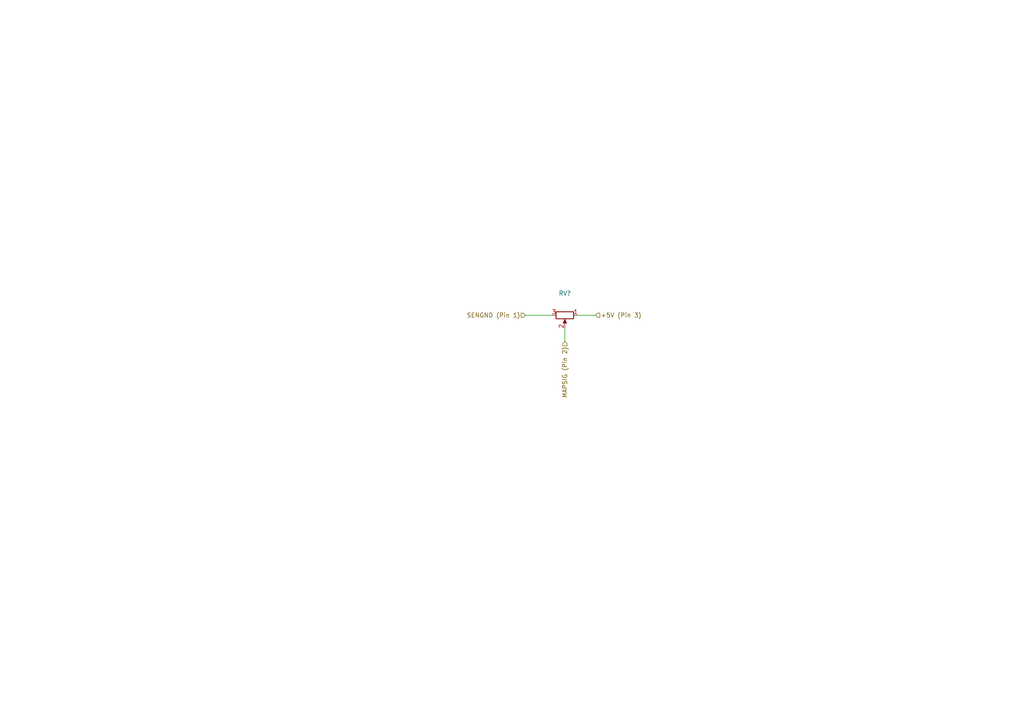
<source format=kicad_sch>
(kicad_sch (version 20211123) (generator eeschema)
  (paper "A4")
  (lib_symbols
    (symbol "Device:R_Potentiometer" (pin_names (offset 1.016) hide)
      (property "Reference" "RV" (at -4.445 0 90))
      (property "Value" "R_Potentiometer" (at -2.54 0 90))
      (symbol "R_Potentiometer_0_1"
        (polyline (pts (xy 2.54 0) (xy 1.524 0)))
        (polyline (pts (xy 1.143 0) (xy 2.286 0.508) (xy 2.286 -0.508) (xy 1.143 0)) (fill (type outline)))
        (rectangle (start 1.016 2.54) (end -1.016 -2.54) (stroke (width 0.254)))
      )
      (symbol "R_Potentiometer_1_1"
        (pin passive line (at 0 3.81 270) (length 1.27) (name "1") (number "1"))
        (pin passive line (at 3.81 0 180) (length 1.27) (name "2") (number "2"))
        (pin passive line (at 0 -3.81 90) (length 1.27) (name "3") (number "3"))
      )
    )
  )
  (wire (pts (xy 163.83 95.25) (xy 163.83 99.06)))
  (wire (pts (xy 152.4 91.44) (xy 160.02 91.44)))
  (wire (pts (xy 167.64 91.44) (xy 172.72 91.44)))
  (hierarchical_label "+5V (Pin 3)" (shape input) (at 172.72 91.44 0))
  (hierarchical_label "MAPSIG (Pin 2)" (shape input) (at 163.83 99.06 270))
  (hierarchical_label "SENGND (Pin 1)" (shape input) (at 152.4 91.44 180))
  (symbol (lib_id "Device:R_Potentiometer") (at 163.83 91.44 270) (unit 1)
    (property "Reference" "RV?" (at 163.83 85.09 90))
  )
)
</source>
